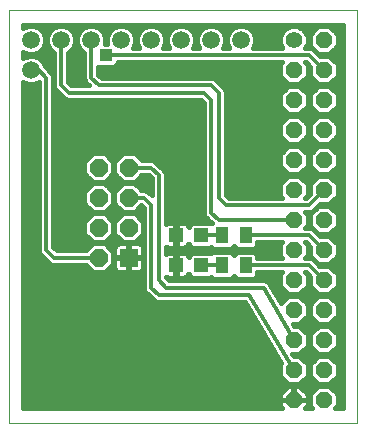
<source format=gtl>
G75*
%MOIN*%
%OFA0B0*%
%FSLAX24Y24*%
%IPPOS*%
%LPD*%
%AMOC8*
5,1,8,0,0,1.08239X$1,22.5*
%
%ADD10C,0.0000*%
%ADD11R,0.0472X0.0472*%
%ADD12R,0.0600X0.0600*%
%ADD13OC8,0.0600*%
%ADD14R,0.0433X0.0551*%
%ADD15C,0.0560*%
%ADD16OC8,0.0560*%
%ADD17C,0.0160*%
%ADD18C,0.0591*%
%ADD19C,0.0120*%
%ADD20R,0.0396X0.0396*%
D10*
X000680Y000930D02*
X000680Y014676D01*
X012300Y014676D01*
X012300Y000930D01*
X000680Y000930D01*
D11*
X006267Y006180D03*
X006267Y007180D03*
X007093Y007180D03*
X007093Y006180D03*
D12*
X004680Y006430D03*
D13*
X004680Y007430D03*
X004680Y008430D03*
X004680Y009430D03*
X003680Y009430D03*
X003680Y008430D03*
X003680Y007430D03*
X003680Y006430D03*
D14*
X007786Y006180D03*
X008574Y006180D03*
X008574Y007180D03*
X007786Y007180D03*
D15*
X010180Y013680D03*
D16*
X010180Y012680D03*
X010180Y011680D03*
X010180Y010680D03*
X010180Y009680D03*
X010180Y008680D03*
X010180Y007680D03*
X010180Y006680D03*
X010180Y005680D03*
X010180Y004680D03*
X010180Y003680D03*
X010180Y002680D03*
X010180Y001680D03*
X011180Y001680D03*
X011180Y002680D03*
X011180Y003680D03*
X011180Y004680D03*
X011180Y005680D03*
X011180Y006680D03*
X011180Y007680D03*
X011180Y008680D03*
X011180Y009680D03*
X011180Y010680D03*
X011180Y011680D03*
X011180Y012680D03*
X011180Y013680D03*
D17*
X010916Y013293D02*
X010906Y013293D01*
X010883Y013316D02*
X010816Y013383D01*
X010728Y013420D01*
X010570Y013420D01*
X010640Y013588D01*
X010640Y013771D01*
X010570Y013941D01*
X010441Y014070D01*
X010271Y014140D01*
X010088Y014140D01*
X009919Y014070D01*
X009790Y013941D01*
X009720Y013771D01*
X009720Y013588D01*
X009790Y013420D01*
X008837Y013420D01*
X008905Y013585D01*
X008905Y013775D01*
X008833Y013949D01*
X008699Y014083D01*
X008525Y014155D01*
X008335Y014155D01*
X008161Y014083D01*
X008027Y013949D01*
X007955Y013775D01*
X007955Y013585D01*
X008023Y013420D01*
X007837Y013420D01*
X007905Y013585D01*
X007905Y013775D01*
X007833Y013949D01*
X007699Y014083D01*
X007525Y014155D01*
X007335Y014155D01*
X007161Y014083D01*
X007027Y013949D01*
X006955Y013775D01*
X006955Y013585D01*
X007023Y013420D01*
X006837Y013420D01*
X006905Y013585D01*
X006905Y013775D01*
X006833Y013949D01*
X006699Y014083D01*
X006525Y014155D01*
X006335Y014155D01*
X006161Y014083D01*
X006027Y013949D01*
X005955Y013775D01*
X005955Y013585D01*
X006023Y013420D01*
X005837Y013420D01*
X005905Y013585D01*
X005905Y013775D01*
X005833Y013949D01*
X005699Y014083D01*
X005525Y014155D01*
X005335Y014155D01*
X005161Y014083D01*
X005027Y013949D01*
X004955Y013775D01*
X004955Y013585D01*
X005023Y013420D01*
X004837Y013420D01*
X004905Y013585D01*
X004905Y013775D01*
X004833Y013949D01*
X004699Y014083D01*
X004525Y014155D01*
X004335Y014155D01*
X004161Y014083D01*
X004027Y013949D01*
X003955Y013775D01*
X003955Y013585D01*
X003966Y013558D01*
X003894Y013558D01*
X003905Y013585D01*
X003905Y013775D01*
X003833Y013949D01*
X003699Y014083D01*
X003525Y014155D01*
X003335Y014155D01*
X003161Y014083D01*
X003027Y013949D01*
X002955Y013775D01*
X002955Y013585D01*
X003027Y013411D01*
X003161Y013277D01*
X003190Y013265D01*
X003190Y012382D01*
X003227Y012294D01*
X003294Y012227D01*
X003351Y012170D01*
X002779Y012170D01*
X002670Y012279D01*
X002670Y013265D01*
X002699Y013277D01*
X002833Y013411D01*
X002905Y013585D01*
X002905Y013775D01*
X002833Y013949D01*
X002699Y014083D01*
X002525Y014155D01*
X002335Y014155D01*
X002161Y014083D01*
X002027Y013949D01*
X001955Y013775D01*
X001955Y013585D01*
X002027Y013411D01*
X002161Y013277D01*
X002190Y013265D01*
X002190Y012132D01*
X002227Y012044D01*
X002294Y011977D01*
X002477Y011794D01*
X002544Y011727D01*
X002632Y011690D01*
X007081Y011690D01*
X007190Y011581D01*
X007190Y007882D01*
X007227Y007794D01*
X007294Y007727D01*
X007440Y007580D01*
X007430Y007570D01*
X007404Y007596D01*
X006783Y007596D01*
X006677Y007491D01*
X006677Y007461D01*
X006671Y007486D01*
X006647Y007527D01*
X006613Y007560D01*
X006572Y007584D01*
X006527Y007596D01*
X006305Y007596D01*
X006305Y007218D01*
X006229Y007218D01*
X006229Y007596D01*
X006007Y007596D01*
X005961Y007584D01*
X005920Y007560D01*
X005920Y009228D01*
X005883Y009316D01*
X005633Y009566D01*
X005566Y009633D01*
X005478Y009670D01*
X005119Y009670D01*
X004879Y009910D01*
X004481Y009910D01*
X004200Y009629D01*
X004200Y009231D01*
X004481Y008950D01*
X004879Y008950D01*
X005119Y009190D01*
X005331Y009190D01*
X005440Y009081D01*
X005440Y008509D01*
X005316Y008633D01*
X005228Y008670D01*
X005119Y008670D01*
X004879Y008910D01*
X004481Y008910D01*
X004200Y008629D01*
X004200Y008231D01*
X004481Y007950D01*
X004879Y007950D01*
X005100Y008171D01*
X005190Y008081D01*
X005190Y005382D01*
X005227Y005294D01*
X005477Y005044D01*
X005544Y004977D01*
X005632Y004940D01*
X008544Y004940D01*
X009761Y002912D01*
X009720Y002871D01*
X009720Y002489D01*
X009989Y002220D01*
X010371Y002220D01*
X010640Y002489D01*
X010640Y002871D01*
X010371Y003140D01*
X010184Y003140D01*
X010136Y003220D01*
X010371Y003220D01*
X010640Y003489D01*
X010640Y003871D01*
X010371Y004140D01*
X010194Y004140D01*
X010148Y004220D01*
X010371Y004220D01*
X010640Y004489D01*
X010640Y004871D01*
X010371Y005140D01*
X009989Y005140D01*
X009756Y004906D01*
X009396Y005536D01*
X009383Y005566D01*
X009372Y005577D01*
X009365Y005591D01*
X009339Y005610D01*
X009316Y005633D01*
X009302Y005639D01*
X009289Y005649D01*
X009258Y005658D01*
X009228Y005670D01*
X009212Y005670D01*
X009197Y005674D01*
X009165Y005670D01*
X006029Y005670D01*
X005920Y005779D01*
X005920Y005800D01*
X005961Y005776D01*
X006007Y005764D01*
X006229Y005764D01*
X006229Y006142D01*
X006305Y006142D01*
X006305Y005764D01*
X006527Y005764D01*
X006572Y005776D01*
X006613Y005800D01*
X006647Y005833D01*
X006671Y005874D01*
X006677Y005899D01*
X006677Y005869D01*
X006783Y005764D01*
X007404Y005764D01*
X007430Y005790D01*
X007495Y005724D01*
X008077Y005724D01*
X008180Y005827D01*
X008283Y005724D01*
X008865Y005724D01*
X008970Y005830D01*
X008970Y005940D01*
X009789Y005940D01*
X009720Y005871D01*
X009720Y005489D01*
X009989Y005220D01*
X010371Y005220D01*
X010640Y005489D01*
X010640Y005871D01*
X010571Y005940D01*
X010581Y005940D01*
X010720Y005801D01*
X010720Y005489D01*
X010989Y005220D01*
X011371Y005220D01*
X011640Y005489D01*
X011640Y005871D01*
X011371Y006140D01*
X011059Y006140D01*
X010883Y006316D01*
X010816Y006383D01*
X010728Y006420D01*
X010571Y006420D01*
X010640Y006489D01*
X010640Y006871D01*
X010571Y006940D01*
X010581Y006940D01*
X010720Y006801D01*
X010720Y006489D01*
X010989Y006220D01*
X011371Y006220D01*
X011640Y006489D01*
X011640Y006871D01*
X011371Y007140D01*
X011059Y007140D01*
X010883Y007316D01*
X010816Y007383D01*
X010728Y007420D01*
X010571Y007420D01*
X010640Y007489D01*
X010640Y007871D01*
X010571Y007940D01*
X010728Y007940D01*
X010816Y007977D01*
X010883Y008044D01*
X011059Y008220D01*
X011371Y008220D01*
X011640Y008489D01*
X011640Y008871D01*
X011371Y009140D01*
X010989Y009140D01*
X010720Y008871D01*
X010720Y008559D01*
X010581Y008420D01*
X010571Y008420D01*
X010640Y008489D01*
X010640Y008871D01*
X010371Y009140D01*
X009989Y009140D01*
X009720Y008871D01*
X009720Y008489D01*
X009789Y008420D01*
X008029Y008420D01*
X007920Y008529D01*
X007920Y011978D01*
X007883Y012066D01*
X007633Y012316D01*
X007566Y012383D01*
X007478Y012420D01*
X003779Y012420D01*
X003670Y012529D01*
X003670Y012802D01*
X004203Y012802D01*
X004308Y012907D01*
X004308Y012940D01*
X009789Y012940D01*
X009720Y012871D01*
X009720Y012489D01*
X009989Y012220D01*
X010371Y012220D01*
X010640Y012489D01*
X010640Y012871D01*
X010571Y012940D01*
X010581Y012940D01*
X010720Y012801D01*
X010720Y012489D01*
X010989Y012220D01*
X011371Y012220D01*
X011640Y012489D01*
X011640Y012871D01*
X011371Y013140D01*
X011059Y013140D01*
X010883Y013316D01*
X010989Y013220D02*
X011371Y013220D01*
X011640Y013489D01*
X011640Y013871D01*
X011371Y014140D01*
X010989Y014140D01*
X010720Y013871D01*
X010720Y013489D01*
X010989Y013220D01*
X010758Y013452D02*
X010583Y013452D01*
X010640Y013610D02*
X010720Y013610D01*
X010720Y013769D02*
X010640Y013769D01*
X010576Y013927D02*
X010776Y013927D01*
X010935Y014086D02*
X010403Y014086D01*
X009957Y014086D02*
X008693Y014086D01*
X008842Y013927D02*
X009784Y013927D01*
X009720Y013769D02*
X008905Y013769D01*
X008905Y013610D02*
X009720Y013610D01*
X009777Y013452D02*
X008850Y013452D01*
X008167Y014086D02*
X007693Y014086D01*
X007842Y013927D02*
X008018Y013927D01*
X007955Y013769D02*
X007905Y013769D01*
X007905Y013610D02*
X007955Y013610D01*
X008010Y013452D02*
X007850Y013452D01*
X007167Y014086D02*
X006693Y014086D01*
X006842Y013927D02*
X007018Y013927D01*
X006955Y013769D02*
X006905Y013769D01*
X006905Y013610D02*
X006955Y013610D01*
X007010Y013452D02*
X006850Y013452D01*
X006167Y014086D02*
X005693Y014086D01*
X005842Y013927D02*
X006018Y013927D01*
X005955Y013769D02*
X005905Y013769D01*
X005905Y013610D02*
X005955Y013610D01*
X006010Y013452D02*
X005850Y013452D01*
X005167Y014086D02*
X004693Y014086D01*
X004842Y013927D02*
X005018Y013927D01*
X004955Y013769D02*
X004905Y013769D01*
X004905Y013610D02*
X004955Y013610D01*
X005010Y013452D02*
X004850Y013452D01*
X004218Y012818D02*
X009720Y012818D01*
X009720Y012659D02*
X003670Y012659D01*
X003699Y012501D02*
X009720Y012501D01*
X009867Y012342D02*
X007607Y012342D01*
X007766Y012184D02*
X011820Y012184D01*
X011820Y012342D02*
X011493Y012342D01*
X011640Y012501D02*
X011820Y012501D01*
X011820Y012659D02*
X011640Y012659D01*
X011640Y012818D02*
X011820Y012818D01*
X011820Y012976D02*
X011535Y012976D01*
X011376Y013135D02*
X011820Y013135D01*
X011820Y013293D02*
X011444Y013293D01*
X011602Y013452D02*
X011820Y013452D01*
X011820Y013610D02*
X011640Y013610D01*
X011640Y013769D02*
X011820Y013769D01*
X011820Y013927D02*
X011584Y013927D01*
X011425Y014086D02*
X011820Y014086D01*
X011820Y014196D02*
X011820Y001410D01*
X011561Y001410D01*
X011640Y001489D01*
X011640Y001871D01*
X011371Y002140D01*
X010989Y002140D01*
X010720Y001871D01*
X010720Y001489D01*
X010799Y001410D01*
X010561Y001410D01*
X010640Y001489D01*
X010640Y001670D01*
X010190Y001670D01*
X010190Y001690D01*
X010170Y001690D01*
X010170Y002140D01*
X009989Y002140D01*
X009720Y001871D01*
X009720Y001690D01*
X010170Y001690D01*
X010170Y001670D01*
X009720Y001670D01*
X009720Y001489D01*
X009799Y001410D01*
X001160Y001410D01*
X001160Y012278D01*
X001161Y012277D01*
X001335Y012205D01*
X001525Y012205D01*
X001690Y012273D01*
X001690Y006632D01*
X001727Y006544D01*
X001794Y006477D01*
X002044Y006227D01*
X002132Y006190D01*
X003241Y006190D01*
X003481Y005950D01*
X003879Y005950D01*
X004160Y006231D01*
X004160Y006629D01*
X003879Y006910D01*
X003481Y006910D01*
X003241Y006670D01*
X002279Y006670D01*
X002170Y006779D01*
X002170Y012478D01*
X002133Y012566D01*
X001891Y012808D01*
X001833Y012949D01*
X001699Y013083D01*
X001525Y013155D01*
X001335Y013155D01*
X001161Y013083D01*
X001160Y013082D01*
X001160Y013278D01*
X001161Y013277D01*
X001335Y013205D01*
X001525Y013205D01*
X001699Y013277D01*
X001833Y013411D01*
X001905Y013585D01*
X001905Y013775D01*
X001833Y013949D01*
X001699Y014083D01*
X001525Y014155D01*
X001335Y014155D01*
X001161Y014083D01*
X001160Y014082D01*
X001160Y014196D01*
X011820Y014196D01*
X010703Y012818D02*
X010640Y012818D01*
X010640Y012659D02*
X010720Y012659D01*
X010720Y012501D02*
X010640Y012501D01*
X010493Y012342D02*
X010867Y012342D01*
X010989Y012140D02*
X010720Y011871D01*
X010720Y011489D01*
X010989Y011220D01*
X011371Y011220D01*
X011640Y011489D01*
X011640Y011871D01*
X011371Y012140D01*
X010989Y012140D01*
X010874Y012025D02*
X010486Y012025D01*
X010371Y012140D02*
X009989Y012140D01*
X009720Y011871D01*
X009720Y011489D01*
X009989Y011220D01*
X010371Y011220D01*
X010640Y011489D01*
X010640Y011871D01*
X010371Y012140D01*
X010640Y011867D02*
X010720Y011867D01*
X010720Y011708D02*
X010640Y011708D01*
X010640Y011550D02*
X010720Y011550D01*
X010818Y011391D02*
X010542Y011391D01*
X010383Y011233D02*
X010977Y011233D01*
X010989Y011140D02*
X010720Y010871D01*
X010720Y010489D01*
X010989Y010220D01*
X011371Y010220D01*
X011640Y010489D01*
X011640Y010871D01*
X011371Y011140D01*
X010989Y011140D01*
X010923Y011074D02*
X010437Y011074D01*
X010371Y011140D02*
X009989Y011140D01*
X009720Y010871D01*
X009720Y010489D01*
X009989Y010220D01*
X010371Y010220D01*
X010640Y010489D01*
X010640Y010871D01*
X010371Y011140D01*
X010595Y010916D02*
X010765Y010916D01*
X010720Y010757D02*
X010640Y010757D01*
X010640Y010599D02*
X010720Y010599D01*
X010769Y010440D02*
X010591Y010440D01*
X010432Y010282D02*
X010928Y010282D01*
X010989Y010140D02*
X010720Y009871D01*
X010720Y009489D01*
X010640Y009489D01*
X010371Y009220D01*
X009989Y009220D01*
X009720Y009489D01*
X007920Y009489D01*
X007920Y009331D02*
X009879Y009331D01*
X009720Y009489D02*
X009720Y009871D01*
X009989Y010140D01*
X010371Y010140D01*
X010640Y009871D01*
X010640Y009489D01*
X010720Y009489D02*
X010989Y009220D01*
X011371Y009220D01*
X011640Y009489D01*
X011820Y009489D01*
X011820Y009331D02*
X011481Y009331D01*
X011640Y009489D02*
X011640Y009871D01*
X011371Y010140D01*
X010989Y010140D01*
X010972Y010123D02*
X010388Y010123D01*
X010546Y009965D02*
X010814Y009965D01*
X010720Y009806D02*
X010640Y009806D01*
X010640Y009648D02*
X010720Y009648D01*
X010879Y009331D02*
X010481Y009331D01*
X010497Y009014D02*
X010863Y009014D01*
X010720Y008855D02*
X010640Y008855D01*
X010640Y008697D02*
X010720Y008697D01*
X010699Y008538D02*
X010640Y008538D01*
X010989Y008140D02*
X010720Y007871D01*
X010720Y007489D01*
X010989Y007220D01*
X011371Y007220D01*
X011640Y007489D01*
X011640Y007871D01*
X011371Y008140D01*
X010989Y008140D01*
X010912Y008063D02*
X010902Y008063D01*
X010753Y007904D02*
X010607Y007904D01*
X010640Y007746D02*
X010720Y007746D01*
X010720Y007587D02*
X010640Y007587D01*
X010579Y007429D02*
X010781Y007429D01*
X010929Y007270D02*
X010939Y007270D01*
X011399Y007112D02*
X011820Y007112D01*
X011820Y007270D02*
X011421Y007270D01*
X011579Y007429D02*
X011820Y007429D01*
X011820Y007587D02*
X011640Y007587D01*
X011640Y007746D02*
X011820Y007746D01*
X011820Y007904D02*
X011607Y007904D01*
X011448Y008063D02*
X011820Y008063D01*
X011820Y008221D02*
X011372Y008221D01*
X011530Y008380D02*
X011820Y008380D01*
X011820Y008538D02*
X011640Y008538D01*
X011640Y008697D02*
X011820Y008697D01*
X011820Y008855D02*
X011640Y008855D01*
X011497Y009014D02*
X011820Y009014D01*
X011820Y009172D02*
X007920Y009172D01*
X007920Y009014D02*
X009863Y009014D01*
X009720Y008855D02*
X007920Y008855D01*
X007920Y008697D02*
X009720Y008697D01*
X009720Y008538D02*
X007920Y008538D01*
X007275Y007746D02*
X005920Y007746D01*
X005920Y007904D02*
X007190Y007904D01*
X007190Y008063D02*
X005920Y008063D01*
X005920Y008221D02*
X007190Y008221D01*
X007190Y008380D02*
X005920Y008380D01*
X005920Y008538D02*
X007190Y008538D01*
X007190Y008697D02*
X005920Y008697D01*
X005920Y008855D02*
X007190Y008855D01*
X007190Y009014D02*
X005920Y009014D01*
X005920Y009172D02*
X007190Y009172D01*
X007190Y009331D02*
X005869Y009331D01*
X005710Y009489D02*
X007190Y009489D01*
X007190Y009648D02*
X005532Y009648D01*
X005349Y009172D02*
X005101Y009172D01*
X004942Y009014D02*
X005440Y009014D01*
X005440Y008855D02*
X004934Y008855D01*
X005092Y008697D02*
X005440Y008697D01*
X005440Y008538D02*
X005411Y008538D01*
X005190Y008063D02*
X004991Y008063D01*
X004879Y007910D02*
X004481Y007910D01*
X004200Y007629D01*
X004200Y007231D01*
X004481Y006950D01*
X004879Y006950D01*
X005160Y007231D01*
X005160Y007629D01*
X004879Y007910D01*
X004885Y007904D02*
X005190Y007904D01*
X005190Y007746D02*
X005043Y007746D01*
X005160Y007587D02*
X005190Y007587D01*
X005190Y007429D02*
X005160Y007429D01*
X005160Y007270D02*
X005190Y007270D01*
X005190Y007112D02*
X005040Y007112D01*
X005004Y006910D02*
X004700Y006910D01*
X004700Y006450D01*
X004660Y006450D01*
X004660Y006910D01*
X004356Y006910D01*
X004311Y006898D01*
X004269Y006874D01*
X004236Y006841D01*
X004212Y006799D01*
X004200Y006754D01*
X004200Y006450D01*
X004660Y006450D01*
X004660Y006410D01*
X004700Y006410D01*
X004700Y006450D01*
X005160Y006450D01*
X005160Y006754D01*
X005148Y006799D01*
X005124Y006841D01*
X005091Y006874D01*
X005049Y006898D01*
X005004Y006910D01*
X004882Y006953D02*
X005190Y006953D01*
X005190Y006795D02*
X005149Y006795D01*
X005160Y006636D02*
X005190Y006636D01*
X005190Y006478D02*
X005160Y006478D01*
X005160Y006410D02*
X004700Y006410D01*
X004700Y005950D01*
X005004Y005950D01*
X005049Y005962D01*
X005091Y005986D01*
X005124Y006019D01*
X005148Y006061D01*
X005160Y006106D01*
X005160Y006410D01*
X005160Y006319D02*
X005190Y006319D01*
X005190Y006161D02*
X005160Y006161D01*
X005190Y006002D02*
X005107Y006002D01*
X005190Y005844D02*
X001160Y005844D01*
X001160Y006002D02*
X003429Y006002D01*
X003271Y006161D02*
X001160Y006161D01*
X001160Y006319D02*
X001952Y006319D01*
X001793Y006478D02*
X001160Y006478D01*
X001160Y006636D02*
X001690Y006636D01*
X001690Y006795D02*
X001160Y006795D01*
X001160Y006953D02*
X001690Y006953D01*
X001690Y007112D02*
X001160Y007112D01*
X001160Y007270D02*
X001690Y007270D01*
X001690Y007429D02*
X001160Y007429D01*
X001160Y007587D02*
X001690Y007587D01*
X001690Y007746D02*
X001160Y007746D01*
X001160Y007904D02*
X001690Y007904D01*
X001690Y008063D02*
X001160Y008063D01*
X001160Y008221D02*
X001690Y008221D01*
X001690Y008380D02*
X001160Y008380D01*
X001160Y008538D02*
X001690Y008538D01*
X001690Y008697D02*
X001160Y008697D01*
X001160Y008855D02*
X001690Y008855D01*
X001690Y009014D02*
X001160Y009014D01*
X001160Y009172D02*
X001690Y009172D01*
X001690Y009331D02*
X001160Y009331D01*
X001160Y009489D02*
X001690Y009489D01*
X001690Y009648D02*
X001160Y009648D01*
X001160Y009806D02*
X001690Y009806D01*
X001690Y009965D02*
X001160Y009965D01*
X001160Y010123D02*
X001690Y010123D01*
X001690Y010282D02*
X001160Y010282D01*
X001160Y010440D02*
X001690Y010440D01*
X001690Y010599D02*
X001160Y010599D01*
X001160Y010757D02*
X001690Y010757D01*
X001690Y010916D02*
X001160Y010916D01*
X001160Y011074D02*
X001690Y011074D01*
X001690Y011233D02*
X001160Y011233D01*
X001160Y011391D02*
X001690Y011391D01*
X001690Y011550D02*
X001160Y011550D01*
X001160Y011708D02*
X001690Y011708D01*
X001690Y011867D02*
X001160Y011867D01*
X001160Y012025D02*
X001690Y012025D01*
X001690Y012184D02*
X001160Y012184D01*
X001806Y012976D02*
X002190Y012976D01*
X002190Y012818D02*
X001887Y012818D01*
X002040Y012659D02*
X002190Y012659D01*
X002190Y012501D02*
X002161Y012501D01*
X002170Y012342D02*
X002190Y012342D01*
X002190Y012184D02*
X002170Y012184D01*
X002170Y012025D02*
X002246Y012025D01*
X002294Y011977D02*
X002294Y011977D01*
X002404Y011867D02*
X002170Y011867D01*
X002170Y011708D02*
X002589Y011708D01*
X002477Y011794D02*
X002477Y011794D01*
X002170Y011550D02*
X007190Y011550D01*
X007190Y011391D02*
X002170Y011391D01*
X002170Y011233D02*
X007190Y011233D01*
X007190Y011074D02*
X002170Y011074D01*
X002170Y010916D02*
X007190Y010916D01*
X007190Y010757D02*
X002170Y010757D01*
X002170Y010599D02*
X007190Y010599D01*
X007190Y010440D02*
X002170Y010440D01*
X002170Y010282D02*
X007190Y010282D01*
X007190Y010123D02*
X002170Y010123D01*
X002170Y009965D02*
X007190Y009965D01*
X007190Y009806D02*
X004983Y009806D01*
X004377Y009806D02*
X003983Y009806D01*
X003879Y009910D02*
X003481Y009910D01*
X003200Y009629D01*
X003200Y009231D01*
X003481Y008950D01*
X003879Y008950D01*
X004160Y009231D01*
X004160Y009629D01*
X003879Y009910D01*
X004141Y009648D02*
X004219Y009648D01*
X004200Y009489D02*
X004160Y009489D01*
X004160Y009331D02*
X004200Y009331D01*
X004259Y009172D02*
X004101Y009172D01*
X003942Y009014D02*
X004418Y009014D01*
X004426Y008855D02*
X003934Y008855D01*
X003879Y008910D02*
X003481Y008910D01*
X003200Y008629D01*
X003200Y008231D01*
X003481Y007950D01*
X003879Y007950D01*
X004160Y008231D01*
X004160Y008629D01*
X003879Y008910D01*
X004092Y008697D02*
X004268Y008697D01*
X004200Y008538D02*
X004160Y008538D01*
X004160Y008380D02*
X004200Y008380D01*
X004210Y008221D02*
X004150Y008221D01*
X003991Y008063D02*
X004369Y008063D01*
X004475Y007904D02*
X003885Y007904D01*
X003879Y007910D02*
X003481Y007910D01*
X003200Y007629D01*
X003200Y007231D01*
X003481Y006950D01*
X003879Y006950D01*
X004160Y007231D01*
X004160Y007629D01*
X003879Y007910D01*
X004043Y007746D02*
X004317Y007746D01*
X004200Y007587D02*
X004160Y007587D01*
X004160Y007429D02*
X004200Y007429D01*
X004200Y007270D02*
X004160Y007270D01*
X004040Y007112D02*
X004320Y007112D01*
X004478Y006953D02*
X003882Y006953D01*
X003994Y006795D02*
X004211Y006795D01*
X004200Y006636D02*
X004153Y006636D01*
X004160Y006478D02*
X004200Y006478D01*
X004200Y006410D02*
X004200Y006106D01*
X004212Y006061D01*
X004236Y006019D01*
X004269Y005986D01*
X004311Y005962D01*
X004356Y005950D01*
X004660Y005950D01*
X004660Y006410D01*
X004200Y006410D01*
X004200Y006319D02*
X004160Y006319D01*
X004200Y006161D02*
X004089Y006161D01*
X003931Y006002D02*
X004253Y006002D01*
X004660Y006002D02*
X004700Y006002D01*
X004700Y006161D02*
X004660Y006161D01*
X004660Y006319D02*
X004700Y006319D01*
X004700Y006478D02*
X004660Y006478D01*
X004660Y006636D02*
X004700Y006636D01*
X004700Y006795D02*
X004660Y006795D01*
X005190Y005685D02*
X001160Y005685D01*
X001160Y005527D02*
X005190Y005527D01*
X005196Y005368D02*
X001160Y005368D01*
X001160Y005210D02*
X005311Y005210D01*
X005470Y005051D02*
X001160Y005051D01*
X001160Y004893D02*
X008573Y004893D01*
X008668Y004734D02*
X001160Y004734D01*
X001160Y004576D02*
X008763Y004576D01*
X008858Y004417D02*
X001160Y004417D01*
X001160Y004259D02*
X008953Y004259D01*
X009048Y004100D02*
X001160Y004100D01*
X001160Y003942D02*
X009143Y003942D01*
X009238Y003783D02*
X001160Y003783D01*
X001160Y003625D02*
X009333Y003625D01*
X009429Y003466D02*
X001160Y003466D01*
X001160Y003308D02*
X009524Y003308D01*
X009619Y003149D02*
X001160Y003149D01*
X001160Y002991D02*
X009714Y002991D01*
X009720Y002832D02*
X001160Y002832D01*
X001160Y002674D02*
X009720Y002674D01*
X009720Y002515D02*
X001160Y002515D01*
X001160Y002357D02*
X009853Y002357D01*
X009889Y002040D02*
X001160Y002040D01*
X001160Y002198D02*
X011820Y002198D01*
X011820Y002040D02*
X011471Y002040D01*
X011371Y002220D02*
X011640Y002489D01*
X011640Y002871D01*
X011371Y003140D01*
X010989Y003140D01*
X010720Y002871D01*
X010720Y002489D01*
X010989Y002220D01*
X011371Y002220D01*
X011507Y002357D02*
X011820Y002357D01*
X011820Y002515D02*
X011640Y002515D01*
X011640Y002674D02*
X011820Y002674D01*
X011820Y002832D02*
X011640Y002832D01*
X011520Y002991D02*
X011820Y002991D01*
X011820Y003149D02*
X010178Y003149D01*
X010458Y003308D02*
X010902Y003308D01*
X010989Y003220D02*
X011371Y003220D01*
X011640Y003489D01*
X011640Y003871D01*
X011371Y004140D01*
X010989Y004140D01*
X010720Y003871D01*
X010720Y003489D01*
X010989Y003220D01*
X010840Y002991D02*
X010520Y002991D01*
X010640Y002832D02*
X010720Y002832D01*
X010720Y002674D02*
X010640Y002674D01*
X010640Y002515D02*
X010720Y002515D01*
X010853Y002357D02*
X010507Y002357D01*
X010371Y002140D02*
X010190Y002140D01*
X010190Y001690D01*
X010640Y001690D01*
X010640Y001871D01*
X010371Y002140D01*
X010471Y002040D02*
X010889Y002040D01*
X010730Y001881D02*
X010630Y001881D01*
X010640Y001723D02*
X010720Y001723D01*
X010720Y001564D02*
X010640Y001564D01*
X010190Y001723D02*
X010170Y001723D01*
X010170Y001881D02*
X010190Y001881D01*
X010190Y002040D02*
X010170Y002040D01*
X009730Y001881D02*
X001160Y001881D01*
X001160Y001723D02*
X009720Y001723D01*
X009720Y001564D02*
X001160Y001564D01*
X002170Y006795D02*
X003366Y006795D01*
X003478Y006953D02*
X002170Y006953D01*
X002170Y007112D02*
X003320Y007112D01*
X003200Y007270D02*
X002170Y007270D01*
X002170Y007429D02*
X003200Y007429D01*
X003200Y007587D02*
X002170Y007587D01*
X002170Y007746D02*
X003317Y007746D01*
X003475Y007904D02*
X002170Y007904D01*
X002170Y008063D02*
X003369Y008063D01*
X003210Y008221D02*
X002170Y008221D01*
X002170Y008380D02*
X003200Y008380D01*
X003200Y008538D02*
X002170Y008538D01*
X002170Y008697D02*
X003268Y008697D01*
X003426Y008855D02*
X002170Y008855D01*
X002170Y009014D02*
X003418Y009014D01*
X003259Y009172D02*
X002170Y009172D01*
X002170Y009331D02*
X003200Y009331D01*
X003200Y009489D02*
X002170Y009489D01*
X002170Y009648D02*
X003219Y009648D01*
X003377Y009806D02*
X002170Y009806D01*
X002766Y012184D02*
X003337Y012184D01*
X003207Y012342D02*
X002670Y012342D01*
X002670Y012501D02*
X003190Y012501D01*
X003190Y012659D02*
X002670Y012659D01*
X002670Y012818D02*
X003190Y012818D01*
X003190Y012976D02*
X002670Y012976D01*
X002670Y013135D02*
X003190Y013135D01*
X003145Y013293D02*
X002715Y013293D01*
X002850Y013452D02*
X003010Y013452D01*
X002955Y013610D02*
X002905Y013610D01*
X002905Y013769D02*
X002955Y013769D01*
X003018Y013927D02*
X002842Y013927D01*
X002693Y014086D02*
X003167Y014086D01*
X003693Y014086D02*
X004167Y014086D01*
X004018Y013927D02*
X003842Y013927D01*
X003905Y013769D02*
X003955Y013769D01*
X003955Y013610D02*
X003905Y013610D01*
X002190Y013135D02*
X001575Y013135D01*
X001715Y013293D02*
X002145Y013293D01*
X002010Y013452D02*
X001850Y013452D01*
X001905Y013610D02*
X001955Y013610D01*
X001955Y013769D02*
X001905Y013769D01*
X001842Y013927D02*
X002018Y013927D01*
X002167Y014086D02*
X001693Y014086D01*
X001167Y014086D02*
X001160Y014086D01*
X001160Y013135D02*
X001285Y013135D01*
X005920Y007587D02*
X005972Y007587D01*
X006229Y007587D02*
X006305Y007587D01*
X006305Y007429D02*
X006229Y007429D01*
X006229Y007270D02*
X006305Y007270D01*
X006305Y007142D02*
X006229Y007142D01*
X006229Y006764D01*
X006007Y006764D01*
X005961Y006776D01*
X005920Y006800D01*
X005920Y006560D01*
X005961Y006584D01*
X006007Y006596D01*
X006229Y006596D01*
X006229Y006218D01*
X006305Y006218D01*
X006305Y006596D01*
X006527Y006596D01*
X006572Y006584D01*
X006613Y006560D01*
X006647Y006527D01*
X006671Y006486D01*
X006677Y006461D01*
X006677Y006491D01*
X006783Y006596D01*
X007404Y006596D01*
X007430Y006570D01*
X007495Y006636D01*
X008077Y006636D01*
X008180Y006533D01*
X008283Y006636D01*
X008865Y006636D01*
X008970Y006530D01*
X008970Y006420D01*
X009789Y006420D01*
X009720Y006489D01*
X009720Y006871D01*
X009789Y006940D01*
X008970Y006940D01*
X008970Y006830D01*
X008865Y006724D01*
X008283Y006724D01*
X008180Y006827D01*
X008077Y006724D01*
X007495Y006724D01*
X007430Y006790D01*
X007404Y006764D01*
X006783Y006764D01*
X006677Y006869D01*
X006677Y006899D01*
X006671Y006874D01*
X006647Y006833D01*
X006613Y006800D01*
X006572Y006776D01*
X006527Y006764D01*
X006305Y006764D01*
X006305Y007142D01*
X006305Y007112D02*
X006229Y007112D01*
X006229Y006953D02*
X006305Y006953D01*
X006305Y006795D02*
X006229Y006795D01*
X005929Y006795D02*
X005920Y006795D01*
X005920Y006636D02*
X009720Y006636D01*
X009720Y006795D02*
X008935Y006795D01*
X008970Y006478D02*
X009732Y006478D01*
X009720Y005844D02*
X008970Y005844D01*
X009401Y005527D02*
X009720Y005527D01*
X009720Y005685D02*
X006014Y005685D01*
X006229Y005844D02*
X006305Y005844D01*
X006305Y006002D02*
X006229Y006002D01*
X006229Y006319D02*
X006305Y006319D01*
X006305Y006478D02*
X006229Y006478D01*
X006673Y006478D02*
X006677Y006478D01*
X006604Y006795D02*
X006752Y006795D01*
X006773Y007587D02*
X006561Y007587D01*
X007413Y007587D02*
X007434Y007587D01*
X008147Y006795D02*
X008213Y006795D01*
X009492Y005368D02*
X009841Y005368D01*
X009582Y005210D02*
X011820Y005210D01*
X011820Y005368D02*
X011519Y005368D01*
X011640Y005527D02*
X011820Y005527D01*
X011820Y005685D02*
X011640Y005685D01*
X011640Y005844D02*
X011820Y005844D01*
X011820Y006002D02*
X011509Y006002D01*
X011470Y006319D02*
X011820Y006319D01*
X011820Y006161D02*
X011039Y006161D01*
X010890Y006319D02*
X010880Y006319D01*
X010732Y006478D02*
X010628Y006478D01*
X010640Y006636D02*
X010720Y006636D01*
X010720Y006795D02*
X010640Y006795D01*
X010640Y005844D02*
X010677Y005844D01*
X010640Y005685D02*
X010720Y005685D01*
X010720Y005527D02*
X010640Y005527D01*
X010519Y005368D02*
X010841Y005368D01*
X010989Y005140D02*
X010720Y004871D01*
X010720Y004489D01*
X010989Y004220D01*
X011371Y004220D01*
X011640Y004489D01*
X011640Y004871D01*
X011371Y005140D01*
X010989Y005140D01*
X010900Y005051D02*
X010460Y005051D01*
X010618Y004893D02*
X010742Y004893D01*
X010720Y004734D02*
X010640Y004734D01*
X010640Y004576D02*
X010720Y004576D01*
X010792Y004417D02*
X010568Y004417D01*
X010409Y004259D02*
X010951Y004259D01*
X010949Y004100D02*
X010411Y004100D01*
X010569Y003942D02*
X010791Y003942D01*
X010720Y003783D02*
X010640Y003783D01*
X010640Y003625D02*
X010720Y003625D01*
X010743Y003466D02*
X010617Y003466D01*
X011458Y003308D02*
X011820Y003308D01*
X011820Y003466D02*
X011617Y003466D01*
X011640Y003625D02*
X011820Y003625D01*
X011820Y003783D02*
X011640Y003783D01*
X011569Y003942D02*
X011820Y003942D01*
X011820Y004100D02*
X011411Y004100D01*
X011409Y004259D02*
X011820Y004259D01*
X011820Y004417D02*
X011568Y004417D01*
X011640Y004576D02*
X011820Y004576D01*
X011820Y004734D02*
X011640Y004734D01*
X011618Y004893D02*
X011820Y004893D01*
X011820Y005051D02*
X011460Y005051D01*
X011628Y006478D02*
X011820Y006478D01*
X011820Y006636D02*
X011640Y006636D01*
X011640Y006795D02*
X011820Y006795D01*
X011820Y006953D02*
X011558Y006953D01*
X009900Y005051D02*
X009673Y005051D01*
X011630Y001881D02*
X011820Y001881D01*
X011820Y001723D02*
X011640Y001723D01*
X011640Y001564D02*
X011820Y001564D01*
X006703Y005844D02*
X006653Y005844D01*
X007920Y009648D02*
X009720Y009648D01*
X009720Y009806D02*
X007920Y009806D01*
X007920Y009965D02*
X009814Y009965D01*
X009972Y010123D02*
X007920Y010123D01*
X007920Y010282D02*
X009928Y010282D01*
X009769Y010440D02*
X007920Y010440D01*
X007920Y010599D02*
X009720Y010599D01*
X009720Y010757D02*
X007920Y010757D01*
X007920Y010916D02*
X009765Y010916D01*
X009923Y011074D02*
X007920Y011074D01*
X007920Y011233D02*
X009977Y011233D01*
X009818Y011391D02*
X007920Y011391D01*
X007920Y011550D02*
X009720Y011550D01*
X009720Y011708D02*
X007920Y011708D01*
X007920Y011867D02*
X009720Y011867D01*
X009874Y012025D02*
X007900Y012025D01*
X011383Y011233D02*
X011820Y011233D01*
X011820Y011391D02*
X011542Y011391D01*
X011640Y011550D02*
X011820Y011550D01*
X011820Y011708D02*
X011640Y011708D01*
X011640Y011867D02*
X011820Y011867D01*
X011820Y012025D02*
X011486Y012025D01*
X011437Y011074D02*
X011820Y011074D01*
X011820Y010916D02*
X011595Y010916D01*
X011640Y010757D02*
X011820Y010757D01*
X011820Y010599D02*
X011640Y010599D01*
X011591Y010440D02*
X011820Y010440D01*
X011820Y010282D02*
X011432Y010282D01*
X011388Y010123D02*
X011820Y010123D01*
X011820Y009965D02*
X011546Y009965D01*
X011640Y009806D02*
X011820Y009806D01*
X011820Y009648D02*
X011640Y009648D01*
D18*
X008430Y013680D03*
X007430Y013680D03*
X006430Y013680D03*
X005430Y013680D03*
X004430Y013680D03*
X003430Y013680D03*
X002430Y013680D03*
X001430Y013680D03*
X001430Y012680D03*
X001430Y011680D03*
X004680Y010930D03*
X003930Y003180D03*
X007680Y003180D03*
D19*
X008680Y005180D02*
X010180Y002680D01*
X010180Y003680D02*
X009180Y005430D01*
X005930Y005430D01*
X005680Y005680D01*
X005680Y009180D01*
X005430Y009430D01*
X004680Y009430D01*
X004680Y008430D02*
X005180Y008430D01*
X005430Y008180D01*
X005430Y005430D01*
X005680Y005180D01*
X008680Y005180D01*
X008574Y006180D02*
X010680Y006180D01*
X011180Y005680D01*
X011180Y006680D02*
X010680Y007180D01*
X008574Y007180D01*
X007786Y007180D02*
X007093Y007180D01*
X007680Y007680D02*
X007430Y007930D01*
X007430Y011680D01*
X007180Y011930D01*
X002680Y011930D01*
X002430Y012180D01*
X002430Y013680D01*
X001680Y012680D02*
X001430Y012680D01*
X001680Y012680D02*
X001930Y012430D01*
X001930Y006680D01*
X002180Y006430D01*
X003680Y006430D01*
X007093Y006180D02*
X007786Y006180D01*
X007680Y007680D02*
X010180Y007680D01*
X010680Y008180D02*
X007930Y008180D01*
X007680Y008430D01*
X007680Y011930D01*
X007430Y012180D01*
X003680Y012180D01*
X003430Y012430D01*
X003430Y013680D01*
X003930Y013180D02*
X010680Y013180D01*
X011180Y012680D01*
X011180Y008680D02*
X010680Y008180D01*
D20*
X003930Y013180D03*
M02*

</source>
